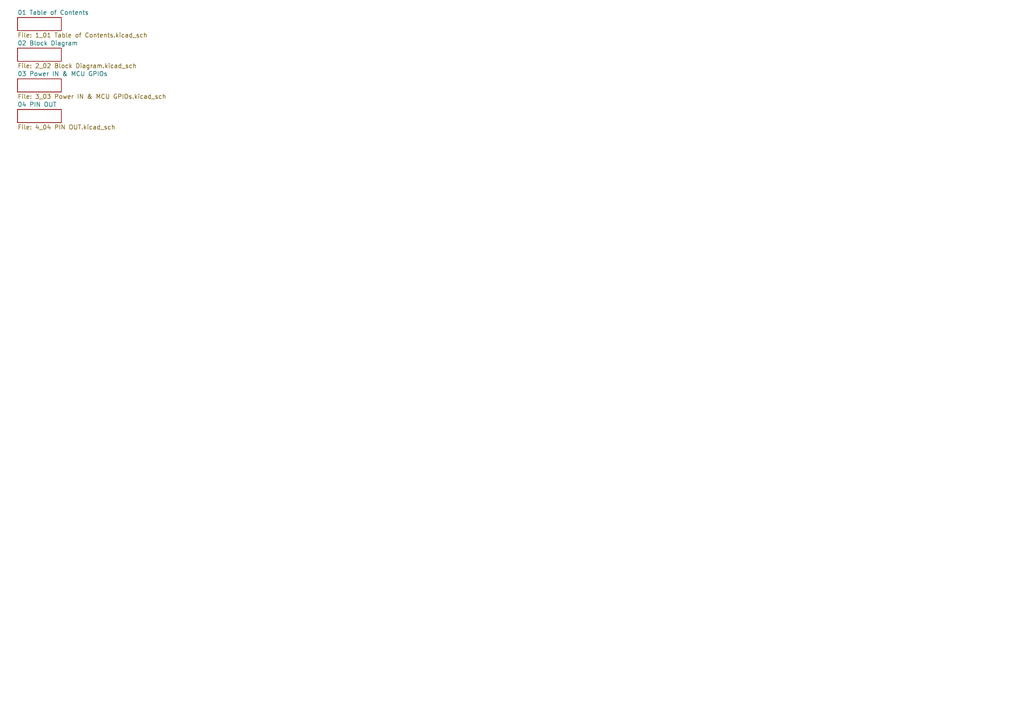
<source format=kicad_sch>
(kicad_sch
	(version 20250114)
	(generator "eeschema")
	(generator_version "9.0")
	(uuid "aec1c255-9330-4c8b-9391-79ab531f92ea")
	(paper "A4")
	(lib_symbols)
	(sheet
		(at 5.08 22.86)
		(size 12.7 3.81)
		(exclude_from_sim no)
		(in_bom yes)
		(on_board yes)
		(dnp no)
		(fields_autoplaced yes)
		(stroke
			(width 0)
			(type solid)
		)
		(fill
			(color 0 0 0 0.0000)
		)
		(uuid "4a325046-8616-43fd-a3e0-0e3798b4ab7e")
		(property "Sheetname" "03 Power IN & MCU GPIOs"
			(at 5.08 22.1484 0)
			(effects
				(font
					(size 1.27 1.27)
				)
				(justify left bottom)
			)
		)
		(property "Sheetfile" "3_03 Power IN & MCU GPIOs.kicad_sch"
			(at 5.08 27.2546 0)
			(effects
				(font
					(size 1.27 1.27)
				)
				(justify left top)
			)
		)
		(instances
			(project "Wio LR1121 Module v0.9"
				(path "/aec1c255-9330-4c8b-9391-79ab531f92ea"
					(page "3")
				)
			)
		)
	)
	(sheet
		(at 5.08 13.97)
		(size 12.7 3.81)
		(exclude_from_sim no)
		(in_bom yes)
		(on_board yes)
		(dnp no)
		(fields_autoplaced yes)
		(stroke
			(width 0)
			(type solid)
		)
		(fill
			(color 0 0 0 0.0000)
		)
		(uuid "8d85316e-8a7a-44ff-b1a9-f06a445a668f")
		(property "Sheetname" "02 Block Diagram"
			(at 5.08 13.2584 0)
			(effects
				(font
					(size 1.27 1.27)
				)
				(justify left bottom)
			)
		)
		(property "Sheetfile" "2_02 Block Diagram.kicad_sch"
			(at 5.08 18.3646 0)
			(effects
				(font
					(size 1.27 1.27)
				)
				(justify left top)
			)
		)
		(instances
			(project "Wio LR1121 Module v0.9"
				(path "/aec1c255-9330-4c8b-9391-79ab531f92ea"
					(page "2")
				)
			)
		)
	)
	(sheet
		(at 5.08 5.08)
		(size 12.7 3.81)
		(exclude_from_sim no)
		(in_bom yes)
		(on_board yes)
		(dnp no)
		(fields_autoplaced yes)
		(stroke
			(width 0)
			(type solid)
		)
		(fill
			(color 0 0 0 0.0000)
		)
		(uuid "c663beed-38b4-4662-b52a-52aeb702edcc")
		(property "Sheetname" "01 Table of Contents"
			(at 5.08 4.3684 0)
			(effects
				(font
					(size 1.27 1.27)
				)
				(justify left bottom)
			)
		)
		(property "Sheetfile" "1_01 Table of Contents.kicad_sch"
			(at 5.08 9.4746 0)
			(effects
				(font
					(size 1.27 1.27)
				)
				(justify left top)
			)
		)
		(instances
			(project "Wio LR1121 Module v0.9"
				(path "/aec1c255-9330-4c8b-9391-79ab531f92ea"
					(page "1")
				)
			)
		)
	)
	(sheet
		(at 5.08 31.75)
		(size 12.7 3.81)
		(exclude_from_sim no)
		(in_bom yes)
		(on_board yes)
		(dnp no)
		(fields_autoplaced yes)
		(stroke
			(width 0)
			(type solid)
		)
		(fill
			(color 0 0 0 0.0000)
		)
		(uuid "f0c4160b-c832-4c21-9bcd-419556e81e53")
		(property "Sheetname" "04 PIN OUT"
			(at 5.08 31.0384 0)
			(effects
				(font
					(size 1.27 1.27)
				)
				(justify left bottom)
			)
		)
		(property "Sheetfile" "4_04 PIN OUT.kicad_sch"
			(at 5.08 36.1446 0)
			(effects
				(font
					(size 1.27 1.27)
				)
				(justify left top)
			)
		)
		(instances
			(project "Wio LR1121 Module v0.9"
				(path "/aec1c255-9330-4c8b-9391-79ab531f92ea"
					(page "4")
				)
			)
		)
	)
)

</source>
